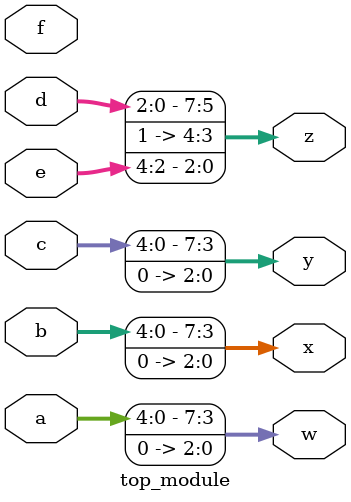
<source format=sv>
module top_module (
    input [4:0] a,
    input [4:0] b,
    input [4:0] c,
    input [4:0] d,
    input [4:0] e,
    input [4:0] f,
    output [7:0] w,
    output [7:0] x,
    output [7:0] y,
    output [7:0] z
);

assign w = {a, 3'b000};
assign x = {b, 3'b000};
assign y = {c, 3'b000};
assign z = {d, 2'b11, e[4:2]};

endmodule

</source>
